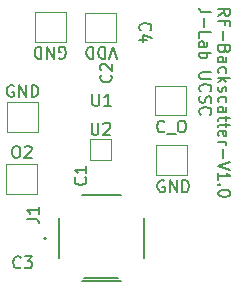
<source format=gbr>
%TF.GenerationSoftware,KiCad,Pcbnew,7.0.8*%
%TF.CreationDate,2024-07-12T13:32:42-07:00*%
%TF.ProjectId,RFBackscatterV1,52464261-636b-4736-9361-747465725631,rev?*%
%TF.SameCoordinates,Original*%
%TF.FileFunction,Legend,Top*%
%TF.FilePolarity,Positive*%
%FSLAX46Y46*%
G04 Gerber Fmt 4.6, Leading zero omitted, Abs format (unit mm)*
G04 Created by KiCad (PCBNEW 7.0.8) date 2024-07-12 13:32:42*
%MOMM*%
%LPD*%
G01*
G04 APERTURE LIST*
%ADD10C,0.150000*%
%ADD11C,0.152400*%
%ADD12C,0.120000*%
%ADD13C,0.100000*%
G04 APERTURE END LIST*
D10*
X180090180Y-73558207D02*
X180566371Y-73224874D01*
X180090180Y-72986779D02*
X181090180Y-72986779D01*
X181090180Y-72986779D02*
X181090180Y-73367731D01*
X181090180Y-73367731D02*
X181042561Y-73462969D01*
X181042561Y-73462969D02*
X180994942Y-73510588D01*
X180994942Y-73510588D02*
X180899704Y-73558207D01*
X180899704Y-73558207D02*
X180756847Y-73558207D01*
X180756847Y-73558207D02*
X180661609Y-73510588D01*
X180661609Y-73510588D02*
X180613990Y-73462969D01*
X180613990Y-73462969D02*
X180566371Y-73367731D01*
X180566371Y-73367731D02*
X180566371Y-72986779D01*
X180613990Y-74320112D02*
X180613990Y-73986779D01*
X180090180Y-73986779D02*
X181090180Y-73986779D01*
X181090180Y-73986779D02*
X181090180Y-74462969D01*
X180471133Y-74843922D02*
X180471133Y-75605827D01*
X180613990Y-76415350D02*
X180566371Y-76558207D01*
X180566371Y-76558207D02*
X180518752Y-76605826D01*
X180518752Y-76605826D02*
X180423514Y-76653445D01*
X180423514Y-76653445D02*
X180280657Y-76653445D01*
X180280657Y-76653445D02*
X180185419Y-76605826D01*
X180185419Y-76605826D02*
X180137800Y-76558207D01*
X180137800Y-76558207D02*
X180090180Y-76462969D01*
X180090180Y-76462969D02*
X180090180Y-76082017D01*
X180090180Y-76082017D02*
X181090180Y-76082017D01*
X181090180Y-76082017D02*
X181090180Y-76415350D01*
X181090180Y-76415350D02*
X181042561Y-76510588D01*
X181042561Y-76510588D02*
X180994942Y-76558207D01*
X180994942Y-76558207D02*
X180899704Y-76605826D01*
X180899704Y-76605826D02*
X180804466Y-76605826D01*
X180804466Y-76605826D02*
X180709228Y-76558207D01*
X180709228Y-76558207D02*
X180661609Y-76510588D01*
X180661609Y-76510588D02*
X180613990Y-76415350D01*
X180613990Y-76415350D02*
X180613990Y-76082017D01*
X180090180Y-77510588D02*
X180613990Y-77510588D01*
X180613990Y-77510588D02*
X180709228Y-77462969D01*
X180709228Y-77462969D02*
X180756847Y-77367731D01*
X180756847Y-77367731D02*
X180756847Y-77177255D01*
X180756847Y-77177255D02*
X180709228Y-77082017D01*
X180137800Y-77510588D02*
X180090180Y-77415350D01*
X180090180Y-77415350D02*
X180090180Y-77177255D01*
X180090180Y-77177255D02*
X180137800Y-77082017D01*
X180137800Y-77082017D02*
X180233038Y-77034398D01*
X180233038Y-77034398D02*
X180328276Y-77034398D01*
X180328276Y-77034398D02*
X180423514Y-77082017D01*
X180423514Y-77082017D02*
X180471133Y-77177255D01*
X180471133Y-77177255D02*
X180471133Y-77415350D01*
X180471133Y-77415350D02*
X180518752Y-77510588D01*
X180137800Y-78415350D02*
X180090180Y-78320112D01*
X180090180Y-78320112D02*
X180090180Y-78129636D01*
X180090180Y-78129636D02*
X180137800Y-78034398D01*
X180137800Y-78034398D02*
X180185419Y-77986779D01*
X180185419Y-77986779D02*
X180280657Y-77939160D01*
X180280657Y-77939160D02*
X180566371Y-77939160D01*
X180566371Y-77939160D02*
X180661609Y-77986779D01*
X180661609Y-77986779D02*
X180709228Y-78034398D01*
X180709228Y-78034398D02*
X180756847Y-78129636D01*
X180756847Y-78129636D02*
X180756847Y-78320112D01*
X180756847Y-78320112D02*
X180709228Y-78415350D01*
X180090180Y-78843922D02*
X181090180Y-78843922D01*
X180471133Y-78939160D02*
X180090180Y-79224874D01*
X180756847Y-79224874D02*
X180375895Y-78843922D01*
X180137800Y-79605827D02*
X180090180Y-79701065D01*
X180090180Y-79701065D02*
X180090180Y-79891541D01*
X180090180Y-79891541D02*
X180137800Y-79986779D01*
X180137800Y-79986779D02*
X180233038Y-80034398D01*
X180233038Y-80034398D02*
X180280657Y-80034398D01*
X180280657Y-80034398D02*
X180375895Y-79986779D01*
X180375895Y-79986779D02*
X180423514Y-79891541D01*
X180423514Y-79891541D02*
X180423514Y-79748684D01*
X180423514Y-79748684D02*
X180471133Y-79653446D01*
X180471133Y-79653446D02*
X180566371Y-79605827D01*
X180566371Y-79605827D02*
X180613990Y-79605827D01*
X180613990Y-79605827D02*
X180709228Y-79653446D01*
X180709228Y-79653446D02*
X180756847Y-79748684D01*
X180756847Y-79748684D02*
X180756847Y-79891541D01*
X180756847Y-79891541D02*
X180709228Y-79986779D01*
X180137800Y-80891541D02*
X180090180Y-80796303D01*
X180090180Y-80796303D02*
X180090180Y-80605827D01*
X180090180Y-80605827D02*
X180137800Y-80510589D01*
X180137800Y-80510589D02*
X180185419Y-80462970D01*
X180185419Y-80462970D02*
X180280657Y-80415351D01*
X180280657Y-80415351D02*
X180566371Y-80415351D01*
X180566371Y-80415351D02*
X180661609Y-80462970D01*
X180661609Y-80462970D02*
X180709228Y-80510589D01*
X180709228Y-80510589D02*
X180756847Y-80605827D01*
X180756847Y-80605827D02*
X180756847Y-80796303D01*
X180756847Y-80796303D02*
X180709228Y-80891541D01*
X180090180Y-81748684D02*
X180613990Y-81748684D01*
X180613990Y-81748684D02*
X180709228Y-81701065D01*
X180709228Y-81701065D02*
X180756847Y-81605827D01*
X180756847Y-81605827D02*
X180756847Y-81415351D01*
X180756847Y-81415351D02*
X180709228Y-81320113D01*
X180137800Y-81748684D02*
X180090180Y-81653446D01*
X180090180Y-81653446D02*
X180090180Y-81415351D01*
X180090180Y-81415351D02*
X180137800Y-81320113D01*
X180137800Y-81320113D02*
X180233038Y-81272494D01*
X180233038Y-81272494D02*
X180328276Y-81272494D01*
X180328276Y-81272494D02*
X180423514Y-81320113D01*
X180423514Y-81320113D02*
X180471133Y-81415351D01*
X180471133Y-81415351D02*
X180471133Y-81653446D01*
X180471133Y-81653446D02*
X180518752Y-81748684D01*
X180756847Y-82082018D02*
X180756847Y-82462970D01*
X181090180Y-82224875D02*
X180233038Y-82224875D01*
X180233038Y-82224875D02*
X180137800Y-82272494D01*
X180137800Y-82272494D02*
X180090180Y-82367732D01*
X180090180Y-82367732D02*
X180090180Y-82462970D01*
X180756847Y-82653447D02*
X180756847Y-83034399D01*
X181090180Y-82796304D02*
X180233038Y-82796304D01*
X180233038Y-82796304D02*
X180137800Y-82843923D01*
X180137800Y-82843923D02*
X180090180Y-82939161D01*
X180090180Y-82939161D02*
X180090180Y-83034399D01*
X180137800Y-83748685D02*
X180090180Y-83653447D01*
X180090180Y-83653447D02*
X180090180Y-83462971D01*
X180090180Y-83462971D02*
X180137800Y-83367733D01*
X180137800Y-83367733D02*
X180233038Y-83320114D01*
X180233038Y-83320114D02*
X180613990Y-83320114D01*
X180613990Y-83320114D02*
X180709228Y-83367733D01*
X180709228Y-83367733D02*
X180756847Y-83462971D01*
X180756847Y-83462971D02*
X180756847Y-83653447D01*
X180756847Y-83653447D02*
X180709228Y-83748685D01*
X180709228Y-83748685D02*
X180613990Y-83796304D01*
X180613990Y-83796304D02*
X180518752Y-83796304D01*
X180518752Y-83796304D02*
X180423514Y-83320114D01*
X180090180Y-84224876D02*
X180756847Y-84224876D01*
X180566371Y-84224876D02*
X180661609Y-84272495D01*
X180661609Y-84272495D02*
X180709228Y-84320114D01*
X180709228Y-84320114D02*
X180756847Y-84415352D01*
X180756847Y-84415352D02*
X180756847Y-84510590D01*
X180471133Y-84843924D02*
X180471133Y-85605829D01*
X181090180Y-85939162D02*
X180090180Y-86272495D01*
X180090180Y-86272495D02*
X181090180Y-86605828D01*
X180090180Y-87462971D02*
X180090180Y-86891543D01*
X180090180Y-87177257D02*
X181090180Y-87177257D01*
X181090180Y-87177257D02*
X180947323Y-87082019D01*
X180947323Y-87082019D02*
X180852085Y-86986781D01*
X180852085Y-86986781D02*
X180804466Y-86891543D01*
X180185419Y-87891543D02*
X180137800Y-87939162D01*
X180137800Y-87939162D02*
X180090180Y-87891543D01*
X180090180Y-87891543D02*
X180137800Y-87843924D01*
X180137800Y-87843924D02*
X180185419Y-87891543D01*
X180185419Y-87891543D02*
X180090180Y-87891543D01*
X181090180Y-88558209D02*
X181090180Y-88653447D01*
X181090180Y-88653447D02*
X181042561Y-88748685D01*
X181042561Y-88748685D02*
X180994942Y-88796304D01*
X180994942Y-88796304D02*
X180899704Y-88843923D01*
X180899704Y-88843923D02*
X180709228Y-88891542D01*
X180709228Y-88891542D02*
X180471133Y-88891542D01*
X180471133Y-88891542D02*
X180280657Y-88843923D01*
X180280657Y-88843923D02*
X180185419Y-88796304D01*
X180185419Y-88796304D02*
X180137800Y-88748685D01*
X180137800Y-88748685D02*
X180090180Y-88653447D01*
X180090180Y-88653447D02*
X180090180Y-88558209D01*
X180090180Y-88558209D02*
X180137800Y-88462971D01*
X180137800Y-88462971D02*
X180185419Y-88415352D01*
X180185419Y-88415352D02*
X180280657Y-88367733D01*
X180280657Y-88367733D02*
X180471133Y-88320114D01*
X180471133Y-88320114D02*
X180709228Y-88320114D01*
X180709228Y-88320114D02*
X180899704Y-88367733D01*
X180899704Y-88367733D02*
X180994942Y-88415352D01*
X180994942Y-88415352D02*
X181042561Y-88462971D01*
X181042561Y-88462971D02*
X181090180Y-88558209D01*
X179480180Y-73272493D02*
X178765895Y-73272493D01*
X178765895Y-73272493D02*
X178623038Y-73224874D01*
X178623038Y-73224874D02*
X178527800Y-73129636D01*
X178527800Y-73129636D02*
X178480180Y-72986779D01*
X178480180Y-72986779D02*
X178480180Y-72891541D01*
X178861133Y-73748684D02*
X178861133Y-74510589D01*
X178480180Y-75462969D02*
X178480180Y-74986779D01*
X178480180Y-74986779D02*
X179480180Y-74986779D01*
X178480180Y-76224874D02*
X179003990Y-76224874D01*
X179003990Y-76224874D02*
X179099228Y-76177255D01*
X179099228Y-76177255D02*
X179146847Y-76082017D01*
X179146847Y-76082017D02*
X179146847Y-75891541D01*
X179146847Y-75891541D02*
X179099228Y-75796303D01*
X178527800Y-76224874D02*
X178480180Y-76129636D01*
X178480180Y-76129636D02*
X178480180Y-75891541D01*
X178480180Y-75891541D02*
X178527800Y-75796303D01*
X178527800Y-75796303D02*
X178623038Y-75748684D01*
X178623038Y-75748684D02*
X178718276Y-75748684D01*
X178718276Y-75748684D02*
X178813514Y-75796303D01*
X178813514Y-75796303D02*
X178861133Y-75891541D01*
X178861133Y-75891541D02*
X178861133Y-76129636D01*
X178861133Y-76129636D02*
X178908752Y-76224874D01*
X178480180Y-76701065D02*
X179480180Y-76701065D01*
X179099228Y-76701065D02*
X179146847Y-76796303D01*
X179146847Y-76796303D02*
X179146847Y-76986779D01*
X179146847Y-76986779D02*
X179099228Y-77082017D01*
X179099228Y-77082017D02*
X179051609Y-77129636D01*
X179051609Y-77129636D02*
X178956371Y-77177255D01*
X178956371Y-77177255D02*
X178670657Y-77177255D01*
X178670657Y-77177255D02*
X178575419Y-77129636D01*
X178575419Y-77129636D02*
X178527800Y-77082017D01*
X178527800Y-77082017D02*
X178480180Y-76986779D01*
X178480180Y-76986779D02*
X178480180Y-76796303D01*
X178480180Y-76796303D02*
X178527800Y-76701065D01*
X179480180Y-78367732D02*
X178670657Y-78367732D01*
X178670657Y-78367732D02*
X178575419Y-78415351D01*
X178575419Y-78415351D02*
X178527800Y-78462970D01*
X178527800Y-78462970D02*
X178480180Y-78558208D01*
X178480180Y-78558208D02*
X178480180Y-78748684D01*
X178480180Y-78748684D02*
X178527800Y-78843922D01*
X178527800Y-78843922D02*
X178575419Y-78891541D01*
X178575419Y-78891541D02*
X178670657Y-78939160D01*
X178670657Y-78939160D02*
X179480180Y-78939160D01*
X178575419Y-79986779D02*
X178527800Y-79939160D01*
X178527800Y-79939160D02*
X178480180Y-79796303D01*
X178480180Y-79796303D02*
X178480180Y-79701065D01*
X178480180Y-79701065D02*
X178527800Y-79558208D01*
X178527800Y-79558208D02*
X178623038Y-79462970D01*
X178623038Y-79462970D02*
X178718276Y-79415351D01*
X178718276Y-79415351D02*
X178908752Y-79367732D01*
X178908752Y-79367732D02*
X179051609Y-79367732D01*
X179051609Y-79367732D02*
X179242085Y-79415351D01*
X179242085Y-79415351D02*
X179337323Y-79462970D01*
X179337323Y-79462970D02*
X179432561Y-79558208D01*
X179432561Y-79558208D02*
X179480180Y-79701065D01*
X179480180Y-79701065D02*
X179480180Y-79796303D01*
X179480180Y-79796303D02*
X179432561Y-79939160D01*
X179432561Y-79939160D02*
X179384942Y-79986779D01*
X178527800Y-80367732D02*
X178480180Y-80510589D01*
X178480180Y-80510589D02*
X178480180Y-80748684D01*
X178480180Y-80748684D02*
X178527800Y-80843922D01*
X178527800Y-80843922D02*
X178575419Y-80891541D01*
X178575419Y-80891541D02*
X178670657Y-80939160D01*
X178670657Y-80939160D02*
X178765895Y-80939160D01*
X178765895Y-80939160D02*
X178861133Y-80891541D01*
X178861133Y-80891541D02*
X178908752Y-80843922D01*
X178908752Y-80843922D02*
X178956371Y-80748684D01*
X178956371Y-80748684D02*
X179003990Y-80558208D01*
X179003990Y-80558208D02*
X179051609Y-80462970D01*
X179051609Y-80462970D02*
X179099228Y-80415351D01*
X179099228Y-80415351D02*
X179194466Y-80367732D01*
X179194466Y-80367732D02*
X179289704Y-80367732D01*
X179289704Y-80367732D02*
X179384942Y-80415351D01*
X179384942Y-80415351D02*
X179432561Y-80462970D01*
X179432561Y-80462970D02*
X179480180Y-80558208D01*
X179480180Y-80558208D02*
X179480180Y-80796303D01*
X179480180Y-80796303D02*
X179432561Y-80939160D01*
X178575419Y-81939160D02*
X178527800Y-81891541D01*
X178527800Y-81891541D02*
X178480180Y-81748684D01*
X178480180Y-81748684D02*
X178480180Y-81653446D01*
X178480180Y-81653446D02*
X178527800Y-81510589D01*
X178527800Y-81510589D02*
X178623038Y-81415351D01*
X178623038Y-81415351D02*
X178718276Y-81367732D01*
X178718276Y-81367732D02*
X178908752Y-81320113D01*
X178908752Y-81320113D02*
X179051609Y-81320113D01*
X179051609Y-81320113D02*
X179242085Y-81367732D01*
X179242085Y-81367732D02*
X179337323Y-81415351D01*
X179337323Y-81415351D02*
X179432561Y-81510589D01*
X179432561Y-81510589D02*
X179480180Y-81653446D01*
X179480180Y-81653446D02*
X179480180Y-81748684D01*
X179480180Y-81748684D02*
X179432561Y-81891541D01*
X179432561Y-81891541D02*
X179384942Y-81939160D01*
X163869819Y-90777506D02*
X164584104Y-90777506D01*
X164584104Y-90777506D02*
X164726961Y-90825125D01*
X164726961Y-90825125D02*
X164822200Y-90920363D01*
X164822200Y-90920363D02*
X164869819Y-91063220D01*
X164869819Y-91063220D02*
X164869819Y-91158458D01*
X164869819Y-89777506D02*
X164869819Y-90348934D01*
X164869819Y-90063220D02*
X163869819Y-90063220D01*
X163869819Y-90063220D02*
X164012676Y-90158458D01*
X164012676Y-90158458D02*
X164107914Y-90253696D01*
X164107914Y-90253696D02*
X164155533Y-90348934D01*
X169409670Y-80208820D02*
X169409670Y-81018343D01*
X169409670Y-81018343D02*
X169457289Y-81113581D01*
X169457289Y-81113581D02*
X169504908Y-81161201D01*
X169504908Y-81161201D02*
X169600146Y-81208820D01*
X169600146Y-81208820D02*
X169790622Y-81208820D01*
X169790622Y-81208820D02*
X169885860Y-81161201D01*
X169885860Y-81161201D02*
X169933479Y-81113581D01*
X169933479Y-81113581D02*
X169981098Y-81018343D01*
X169981098Y-81018343D02*
X169981098Y-80208820D01*
X170981098Y-81208820D02*
X170409670Y-81208820D01*
X170695384Y-81208820D02*
X170695384Y-80208820D01*
X170695384Y-80208820D02*
X170600146Y-80351677D01*
X170600146Y-80351677D02*
X170504908Y-80446915D01*
X170504908Y-80446915D02*
X170409670Y-80494534D01*
X162738095Y-79502438D02*
X162642857Y-79454819D01*
X162642857Y-79454819D02*
X162500000Y-79454819D01*
X162500000Y-79454819D02*
X162357143Y-79502438D01*
X162357143Y-79502438D02*
X162261905Y-79597676D01*
X162261905Y-79597676D02*
X162214286Y-79692914D01*
X162214286Y-79692914D02*
X162166667Y-79883390D01*
X162166667Y-79883390D02*
X162166667Y-80026247D01*
X162166667Y-80026247D02*
X162214286Y-80216723D01*
X162214286Y-80216723D02*
X162261905Y-80311961D01*
X162261905Y-80311961D02*
X162357143Y-80407200D01*
X162357143Y-80407200D02*
X162500000Y-80454819D01*
X162500000Y-80454819D02*
X162595238Y-80454819D01*
X162595238Y-80454819D02*
X162738095Y-80407200D01*
X162738095Y-80407200D02*
X162785714Y-80359580D01*
X162785714Y-80359580D02*
X162785714Y-80026247D01*
X162785714Y-80026247D02*
X162595238Y-80026247D01*
X163214286Y-80454819D02*
X163214286Y-79454819D01*
X163214286Y-79454819D02*
X163785714Y-80454819D01*
X163785714Y-80454819D02*
X163785714Y-79454819D01*
X164261905Y-80454819D02*
X164261905Y-79454819D01*
X164261905Y-79454819D02*
X164500000Y-79454819D01*
X164500000Y-79454819D02*
X164642857Y-79502438D01*
X164642857Y-79502438D02*
X164738095Y-79597676D01*
X164738095Y-79597676D02*
X164785714Y-79692914D01*
X164785714Y-79692914D02*
X164833333Y-79883390D01*
X164833333Y-79883390D02*
X164833333Y-80026247D01*
X164833333Y-80026247D02*
X164785714Y-80216723D01*
X164785714Y-80216723D02*
X164738095Y-80311961D01*
X164738095Y-80311961D02*
X164642857Y-80407200D01*
X164642857Y-80407200D02*
X164500000Y-80454819D01*
X164500000Y-80454819D02*
X164261905Y-80454819D01*
X175488095Y-87552438D02*
X175392857Y-87504819D01*
X175392857Y-87504819D02*
X175250000Y-87504819D01*
X175250000Y-87504819D02*
X175107143Y-87552438D01*
X175107143Y-87552438D02*
X175011905Y-87647676D01*
X175011905Y-87647676D02*
X174964286Y-87742914D01*
X174964286Y-87742914D02*
X174916667Y-87933390D01*
X174916667Y-87933390D02*
X174916667Y-88076247D01*
X174916667Y-88076247D02*
X174964286Y-88266723D01*
X174964286Y-88266723D02*
X175011905Y-88361961D01*
X175011905Y-88361961D02*
X175107143Y-88457200D01*
X175107143Y-88457200D02*
X175250000Y-88504819D01*
X175250000Y-88504819D02*
X175345238Y-88504819D01*
X175345238Y-88504819D02*
X175488095Y-88457200D01*
X175488095Y-88457200D02*
X175535714Y-88409580D01*
X175535714Y-88409580D02*
X175535714Y-88076247D01*
X175535714Y-88076247D02*
X175345238Y-88076247D01*
X175964286Y-88504819D02*
X175964286Y-87504819D01*
X175964286Y-87504819D02*
X176535714Y-88504819D01*
X176535714Y-88504819D02*
X176535714Y-87504819D01*
X177011905Y-88504819D02*
X177011905Y-87504819D01*
X177011905Y-87504819D02*
X177250000Y-87504819D01*
X177250000Y-87504819D02*
X177392857Y-87552438D01*
X177392857Y-87552438D02*
X177488095Y-87647676D01*
X177488095Y-87647676D02*
X177535714Y-87742914D01*
X177535714Y-87742914D02*
X177583333Y-87933390D01*
X177583333Y-87933390D02*
X177583333Y-88076247D01*
X177583333Y-88076247D02*
X177535714Y-88266723D01*
X177535714Y-88266723D02*
X177488095Y-88361961D01*
X177488095Y-88361961D02*
X177392857Y-88457200D01*
X177392857Y-88457200D02*
X177250000Y-88504819D01*
X177250000Y-88504819D02*
X177011905Y-88504819D01*
X175504761Y-83354180D02*
X175457142Y-83401800D01*
X175457142Y-83401800D02*
X175314285Y-83449419D01*
X175314285Y-83449419D02*
X175219047Y-83449419D01*
X175219047Y-83449419D02*
X175076190Y-83401800D01*
X175076190Y-83401800D02*
X174980952Y-83306561D01*
X174980952Y-83306561D02*
X174933333Y-83211323D01*
X174933333Y-83211323D02*
X174885714Y-83020847D01*
X174885714Y-83020847D02*
X174885714Y-82877990D01*
X174885714Y-82877990D02*
X174933333Y-82687514D01*
X174933333Y-82687514D02*
X174980952Y-82592276D01*
X174980952Y-82592276D02*
X175076190Y-82497038D01*
X175076190Y-82497038D02*
X175219047Y-82449419D01*
X175219047Y-82449419D02*
X175314285Y-82449419D01*
X175314285Y-82449419D02*
X175457142Y-82497038D01*
X175457142Y-82497038D02*
X175504761Y-82544657D01*
X175695238Y-83544657D02*
X176457142Y-83544657D01*
X176885714Y-82449419D02*
X177076190Y-82449419D01*
X177076190Y-82449419D02*
X177171428Y-82497038D01*
X177171428Y-82497038D02*
X177266666Y-82592276D01*
X177266666Y-82592276D02*
X177314285Y-82782752D01*
X177314285Y-82782752D02*
X177314285Y-83116085D01*
X177314285Y-83116085D02*
X177266666Y-83306561D01*
X177266666Y-83306561D02*
X177171428Y-83401800D01*
X177171428Y-83401800D02*
X177076190Y-83449419D01*
X177076190Y-83449419D02*
X176885714Y-83449419D01*
X176885714Y-83449419D02*
X176790476Y-83401800D01*
X176790476Y-83401800D02*
X176695238Y-83306561D01*
X176695238Y-83306561D02*
X176647619Y-83116085D01*
X176647619Y-83116085D02*
X176647619Y-82782752D01*
X176647619Y-82782752D02*
X176695238Y-82592276D01*
X176695238Y-82592276D02*
X176790476Y-82497038D01*
X176790476Y-82497038D02*
X176885714Y-82449419D01*
X162878571Y-84610219D02*
X163069047Y-84610219D01*
X163069047Y-84610219D02*
X163164285Y-84657838D01*
X163164285Y-84657838D02*
X163259523Y-84753076D01*
X163259523Y-84753076D02*
X163307142Y-84943552D01*
X163307142Y-84943552D02*
X163307142Y-85276885D01*
X163307142Y-85276885D02*
X163259523Y-85467361D01*
X163259523Y-85467361D02*
X163164285Y-85562600D01*
X163164285Y-85562600D02*
X163069047Y-85610219D01*
X163069047Y-85610219D02*
X162878571Y-85610219D01*
X162878571Y-85610219D02*
X162783333Y-85562600D01*
X162783333Y-85562600D02*
X162688095Y-85467361D01*
X162688095Y-85467361D02*
X162640476Y-85276885D01*
X162640476Y-85276885D02*
X162640476Y-84943552D01*
X162640476Y-84943552D02*
X162688095Y-84753076D01*
X162688095Y-84753076D02*
X162783333Y-84657838D01*
X162783333Y-84657838D02*
X162878571Y-84610219D01*
X163688095Y-84705457D02*
X163735714Y-84657838D01*
X163735714Y-84657838D02*
X163830952Y-84610219D01*
X163830952Y-84610219D02*
X164069047Y-84610219D01*
X164069047Y-84610219D02*
X164164285Y-84657838D01*
X164164285Y-84657838D02*
X164211904Y-84705457D01*
X164211904Y-84705457D02*
X164259523Y-84800695D01*
X164259523Y-84800695D02*
X164259523Y-84895933D01*
X164259523Y-84895933D02*
X164211904Y-85038790D01*
X164211904Y-85038790D02*
X163640476Y-85610219D01*
X163640476Y-85610219D02*
X164259523Y-85610219D01*
X171483332Y-77195180D02*
X171149999Y-76195180D01*
X171149999Y-76195180D02*
X170816666Y-77195180D01*
X170483332Y-76195180D02*
X170483332Y-77195180D01*
X170483332Y-77195180D02*
X170245237Y-77195180D01*
X170245237Y-77195180D02*
X170102380Y-77147561D01*
X170102380Y-77147561D02*
X170007142Y-77052323D01*
X170007142Y-77052323D02*
X169959523Y-76957085D01*
X169959523Y-76957085D02*
X169911904Y-76766609D01*
X169911904Y-76766609D02*
X169911904Y-76623752D01*
X169911904Y-76623752D02*
X169959523Y-76433276D01*
X169959523Y-76433276D02*
X170007142Y-76338038D01*
X170007142Y-76338038D02*
X170102380Y-76242800D01*
X170102380Y-76242800D02*
X170245237Y-76195180D01*
X170245237Y-76195180D02*
X170483332Y-76195180D01*
X169483332Y-76195180D02*
X169483332Y-77195180D01*
X169483332Y-77195180D02*
X169245237Y-77195180D01*
X169245237Y-77195180D02*
X169102380Y-77147561D01*
X169102380Y-77147561D02*
X169007142Y-77052323D01*
X169007142Y-77052323D02*
X168959523Y-76957085D01*
X168959523Y-76957085D02*
X168911904Y-76766609D01*
X168911904Y-76766609D02*
X168911904Y-76623752D01*
X168911904Y-76623752D02*
X168959523Y-76433276D01*
X168959523Y-76433276D02*
X169007142Y-76338038D01*
X169007142Y-76338038D02*
X169102380Y-76242800D01*
X169102380Y-76242800D02*
X169245237Y-76195180D01*
X169245237Y-76195180D02*
X169483332Y-76195180D01*
X163333333Y-94859580D02*
X163285714Y-94907200D01*
X163285714Y-94907200D02*
X163142857Y-94954819D01*
X163142857Y-94954819D02*
X163047619Y-94954819D01*
X163047619Y-94954819D02*
X162904762Y-94907200D01*
X162904762Y-94907200D02*
X162809524Y-94811961D01*
X162809524Y-94811961D02*
X162761905Y-94716723D01*
X162761905Y-94716723D02*
X162714286Y-94526247D01*
X162714286Y-94526247D02*
X162714286Y-94383390D01*
X162714286Y-94383390D02*
X162761905Y-94192914D01*
X162761905Y-94192914D02*
X162809524Y-94097676D01*
X162809524Y-94097676D02*
X162904762Y-94002438D01*
X162904762Y-94002438D02*
X163047619Y-93954819D01*
X163047619Y-93954819D02*
X163142857Y-93954819D01*
X163142857Y-93954819D02*
X163285714Y-94002438D01*
X163285714Y-94002438D02*
X163333333Y-94050057D01*
X163666667Y-93954819D02*
X164285714Y-93954819D01*
X164285714Y-93954819D02*
X163952381Y-94335771D01*
X163952381Y-94335771D02*
X164095238Y-94335771D01*
X164095238Y-94335771D02*
X164190476Y-94383390D01*
X164190476Y-94383390D02*
X164238095Y-94431009D01*
X164238095Y-94431009D02*
X164285714Y-94526247D01*
X164285714Y-94526247D02*
X164285714Y-94764342D01*
X164285714Y-94764342D02*
X164238095Y-94859580D01*
X164238095Y-94859580D02*
X164190476Y-94907200D01*
X164190476Y-94907200D02*
X164095238Y-94954819D01*
X164095238Y-94954819D02*
X163809524Y-94954819D01*
X163809524Y-94954819D02*
X163714286Y-94907200D01*
X163714286Y-94907200D02*
X163666667Y-94859580D01*
X166611904Y-77147561D02*
X166707142Y-77195180D01*
X166707142Y-77195180D02*
X166849999Y-77195180D01*
X166849999Y-77195180D02*
X166992856Y-77147561D01*
X166992856Y-77147561D02*
X167088094Y-77052323D01*
X167088094Y-77052323D02*
X167135713Y-76957085D01*
X167135713Y-76957085D02*
X167183332Y-76766609D01*
X167183332Y-76766609D02*
X167183332Y-76623752D01*
X167183332Y-76623752D02*
X167135713Y-76433276D01*
X167135713Y-76433276D02*
X167088094Y-76338038D01*
X167088094Y-76338038D02*
X166992856Y-76242800D01*
X166992856Y-76242800D02*
X166849999Y-76195180D01*
X166849999Y-76195180D02*
X166754761Y-76195180D01*
X166754761Y-76195180D02*
X166611904Y-76242800D01*
X166611904Y-76242800D02*
X166564285Y-76290419D01*
X166564285Y-76290419D02*
X166564285Y-76623752D01*
X166564285Y-76623752D02*
X166754761Y-76623752D01*
X166135713Y-76195180D02*
X166135713Y-77195180D01*
X166135713Y-77195180D02*
X165564285Y-76195180D01*
X165564285Y-76195180D02*
X165564285Y-77195180D01*
X165088094Y-76195180D02*
X165088094Y-77195180D01*
X165088094Y-77195180D02*
X164849999Y-77195180D01*
X164849999Y-77195180D02*
X164707142Y-77147561D01*
X164707142Y-77147561D02*
X164611904Y-77052323D01*
X164611904Y-77052323D02*
X164564285Y-76957085D01*
X164564285Y-76957085D02*
X164516666Y-76766609D01*
X164516666Y-76766609D02*
X164516666Y-76623752D01*
X164516666Y-76623752D02*
X164564285Y-76433276D01*
X164564285Y-76433276D02*
X164611904Y-76338038D01*
X164611904Y-76338038D02*
X164707142Y-76242800D01*
X164707142Y-76242800D02*
X164849999Y-76195180D01*
X164849999Y-76195180D02*
X165088094Y-76195180D01*
X173490419Y-74809932D02*
X173442800Y-74762313D01*
X173442800Y-74762313D02*
X173395180Y-74619456D01*
X173395180Y-74619456D02*
X173395180Y-74524218D01*
X173395180Y-74524218D02*
X173442800Y-74381361D01*
X173442800Y-74381361D02*
X173538038Y-74286123D01*
X173538038Y-74286123D02*
X173633276Y-74238504D01*
X173633276Y-74238504D02*
X173823752Y-74190885D01*
X173823752Y-74190885D02*
X173966609Y-74190885D01*
X173966609Y-74190885D02*
X174157085Y-74238504D01*
X174157085Y-74238504D02*
X174252323Y-74286123D01*
X174252323Y-74286123D02*
X174347561Y-74381361D01*
X174347561Y-74381361D02*
X174395180Y-74524218D01*
X174395180Y-74524218D02*
X174395180Y-74619456D01*
X174395180Y-74619456D02*
X174347561Y-74762313D01*
X174347561Y-74762313D02*
X174299942Y-74809932D01*
X174061847Y-75667075D02*
X173395180Y-75667075D01*
X174442800Y-75428980D02*
X173728514Y-75190885D01*
X173728514Y-75190885D02*
X173728514Y-75809932D01*
X170973976Y-78590067D02*
X171021596Y-78637686D01*
X171021596Y-78637686D02*
X171069215Y-78780543D01*
X171069215Y-78780543D02*
X171069215Y-78875781D01*
X171069215Y-78875781D02*
X171021596Y-79018638D01*
X171021596Y-79018638D02*
X170926357Y-79113876D01*
X170926357Y-79113876D02*
X170831119Y-79161495D01*
X170831119Y-79161495D02*
X170640643Y-79209114D01*
X170640643Y-79209114D02*
X170497786Y-79209114D01*
X170497786Y-79209114D02*
X170307310Y-79161495D01*
X170307310Y-79161495D02*
X170212072Y-79113876D01*
X170212072Y-79113876D02*
X170116834Y-79018638D01*
X170116834Y-79018638D02*
X170069215Y-78875781D01*
X170069215Y-78875781D02*
X170069215Y-78780543D01*
X170069215Y-78780543D02*
X170116834Y-78637686D01*
X170116834Y-78637686D02*
X170164453Y-78590067D01*
X170164453Y-78209114D02*
X170116834Y-78161495D01*
X170116834Y-78161495D02*
X170069215Y-78066257D01*
X170069215Y-78066257D02*
X170069215Y-77828162D01*
X170069215Y-77828162D02*
X170116834Y-77732924D01*
X170116834Y-77732924D02*
X170164453Y-77685305D01*
X170164453Y-77685305D02*
X170259691Y-77637686D01*
X170259691Y-77637686D02*
X170354929Y-77637686D01*
X170354929Y-77637686D02*
X170497786Y-77685305D01*
X170497786Y-77685305D02*
X171069215Y-78256733D01*
X171069215Y-78256733D02*
X171069215Y-77637686D01*
X168809580Y-87266666D02*
X168857200Y-87314285D01*
X168857200Y-87314285D02*
X168904819Y-87457142D01*
X168904819Y-87457142D02*
X168904819Y-87552380D01*
X168904819Y-87552380D02*
X168857200Y-87695237D01*
X168857200Y-87695237D02*
X168761961Y-87790475D01*
X168761961Y-87790475D02*
X168666723Y-87838094D01*
X168666723Y-87838094D02*
X168476247Y-87885713D01*
X168476247Y-87885713D02*
X168333390Y-87885713D01*
X168333390Y-87885713D02*
X168142914Y-87838094D01*
X168142914Y-87838094D02*
X168047676Y-87790475D01*
X168047676Y-87790475D02*
X167952438Y-87695237D01*
X167952438Y-87695237D02*
X167904819Y-87552380D01*
X167904819Y-87552380D02*
X167904819Y-87457142D01*
X167904819Y-87457142D02*
X167952438Y-87314285D01*
X167952438Y-87314285D02*
X168000057Y-87266666D01*
X168904819Y-86314285D02*
X168904819Y-86885713D01*
X168904819Y-86599999D02*
X167904819Y-86599999D01*
X167904819Y-86599999D02*
X168047676Y-86695237D01*
X168047676Y-86695237D02*
X168142914Y-86790475D01*
X168142914Y-86790475D02*
X168190533Y-86885713D01*
X169342171Y-82648820D02*
X169342171Y-83458343D01*
X169342171Y-83458343D02*
X169389790Y-83553581D01*
X169389790Y-83553581D02*
X169437409Y-83601201D01*
X169437409Y-83601201D02*
X169532647Y-83648820D01*
X169532647Y-83648820D02*
X169723123Y-83648820D01*
X169723123Y-83648820D02*
X169818361Y-83601201D01*
X169818361Y-83601201D02*
X169865980Y-83553581D01*
X169865980Y-83553581D02*
X169913599Y-83458343D01*
X169913599Y-83458343D02*
X169913599Y-82648820D01*
X170342171Y-82744058D02*
X170389790Y-82696439D01*
X170389790Y-82696439D02*
X170485028Y-82648820D01*
X170485028Y-82648820D02*
X170723123Y-82648820D01*
X170723123Y-82648820D02*
X170818361Y-82696439D01*
X170818361Y-82696439D02*
X170865980Y-82744058D01*
X170865980Y-82744058D02*
X170913599Y-82839296D01*
X170913599Y-82839296D02*
X170913599Y-82934534D01*
X170913599Y-82934534D02*
X170865980Y-83077391D01*
X170865980Y-83077391D02*
X170294552Y-83648820D01*
X170294552Y-83648820D02*
X170913599Y-83648820D01*
D11*
%TO.C,J1*%
X165481000Y-92417900D02*
G75*
G03*
X165481000Y-92417900I-76200J0D01*
G01*
X171615126Y-95796100D02*
X168744874Y-95796100D01*
X171865351Y-88785700D02*
X168494649Y-88785700D01*
X166547800Y-90732549D02*
X166547800Y-94103251D01*
X168494649Y-96050100D02*
X171865351Y-96050100D01*
X173812200Y-94103251D02*
X173812200Y-90732549D01*
D12*
%TO.C,GND*%
X162179200Y-80880000D02*
X164795400Y-80880000D01*
X162179200Y-83394600D02*
X162179200Y-80880000D01*
X164795400Y-80880000D02*
X164795400Y-83394600D01*
X164795400Y-83394600D02*
X162179200Y-83394600D01*
X174804600Y-84520600D02*
X177420800Y-84520600D01*
X174804600Y-87035200D02*
X174804600Y-84520600D01*
X177420800Y-84520600D02*
X177420800Y-87035200D01*
X177420800Y-87035200D02*
X174804600Y-87035200D01*
%TO.C,C_O*%
X174754600Y-79505400D02*
X177370800Y-79505400D01*
X174754600Y-82020000D02*
X174754600Y-79505400D01*
X177370800Y-79505400D02*
X177370800Y-82020000D01*
X177370800Y-82020000D02*
X174754600Y-82020000D01*
%TO.C,O2*%
X164745400Y-88644600D02*
X162129200Y-88644600D01*
X164745400Y-86130000D02*
X164745400Y-88644600D01*
X162129200Y-88644600D02*
X162129200Y-86130000D01*
X162129200Y-86130000D02*
X164745400Y-86130000D01*
%TO.C,VDD*%
X171370800Y-75820000D02*
X168754600Y-75820000D01*
X171370800Y-73305400D02*
X171370800Y-75820000D01*
X168754600Y-75820000D02*
X168754600Y-73305400D01*
X168754600Y-73305400D02*
X171370800Y-73305400D01*
%TO.C,GND*%
X167195400Y-75794600D02*
X164579200Y-75794600D01*
X167195400Y-73280000D02*
X167195400Y-75794600D01*
X164579200Y-75794600D02*
X164579200Y-73280000D01*
X164579200Y-73280000D02*
X167195400Y-73280000D01*
D13*
%TO.C,U2*%
X169204076Y-84004001D02*
X171004076Y-84004001D01*
X171004076Y-84004001D02*
X171004076Y-85804001D01*
X171004076Y-85804001D02*
X169204076Y-85804001D01*
X169204076Y-85804001D02*
X169204076Y-84004001D01*
X168954077Y-84004001D02*
G75*
G03*
X168954077Y-84004001I-1J0D01*
G01*
%TD*%
M02*

</source>
